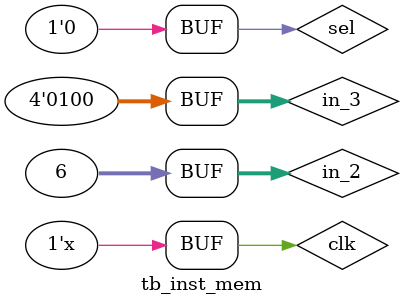
<source format=v>
module mux(in_1,in_2,in_3,out);
input[31:0] in_1,in_2;
input in_3;
output [31:0]out;
assign out=(in_3)?in_2:in_1;
endmodule

module alu(in_1,in_2,out);
input [31:0]in_1;
input [3:0]in_2;
output [31:1]out;
assign out=in_1+in_2;
endmodule

module pc(in_1,out);
input [31:0]in_1;
output [31:0]out;
assign out=in_1;
endmodule

module memory(in_1,out);
input [31:0]in_1;
output [31:0]out;
assign out=in_1;
endmodule

module instruction_memory(in_1,in_2,in_3,clk,sel,out_inst,out_alu);
output reg [31:0]in_1;
input [31:0]in_2;
input sel,clk;
input [3:0]in_3;
output [31:0]out_inst,out_alu;
wire [31:0]out_1,out_2;
mux m1(in_1,in_2,sel,out_1);
pc p1(out_1,out_2);
always @(posedge clk)
begin
in_1<=out_2+in_3;
end
//alu a1(out_2,in_3,in_1);
memory r1(out_2,out_inst);
assign out_alu=in_1;
endmodule

module tb_inst_mem();
wire [31:0]in_1;
reg [31:0]in_2;
reg sel,clk;
reg [3:0]in_3;
wire [31:0]out_inst,out_alu;
reg [31:0]out_1,out_2;
initial begin
clk=0;
//in_1=32'b010101011;
in_2=32'b00110;
sel=1;
in_3=4'b0100;
#10
sel=0;
end
always begin #5 clk=~clk; end
instruction_memory ins1(in_1,in_2,in_3,clk,sel,out_inst,out_alu);
endmodule

/*module tb_mux();
reg [31:0]in_1,in_2;
reg in_3;
wire [31:0]out;
initial
begin
$monitor("%b %b %b &b",in_1,in_2,in_3,out);
in_1=1;
in_2=0;
in_3=1;
#5
in_3=0;
end
mux m1(in_1,in_2,in_3,out);
endmodule
module tb_mux();
reg [31:0]in_1,in_2;
reg in_3;
wire [31:0]out;
initial
begin
$monitor("%b %b %b &b",in_1,in_2,in_3,out);
in_1=1;
in_2=0;
in_3=1;
#5
in_3=0;
end
mux m1(in_1,in_2,in_3,out);
endmodule

module tb_alu();
reg [31:0] in_1;
wire [31:0]out;
reg [3:0]in_2;
reg [3:0]sum;
assign out=in_1+in_2;
initial begin
//$monitor("%b %b",in_1,out);
in_1=10;
in_2=4'b0100;
#5
in_1=20;
end
alu a1(in_1,in_2,out);
endmodule
*/
</source>
